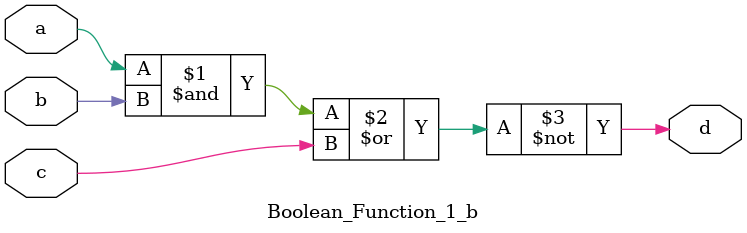
<source format=v>
`timescale 1ns / 1ps

module Boolean_Function_1_b(
    input a, b, c,
    output d
    );

    assign d = ~((a & b) | c);
    
endmodule


</source>
